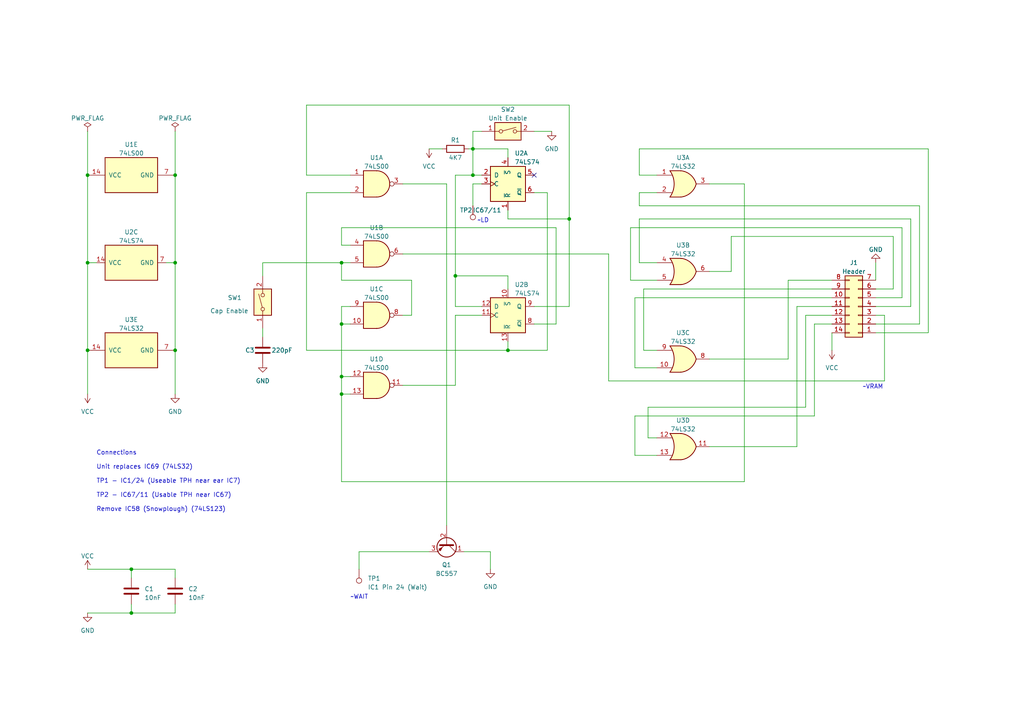
<source format=kicad_sch>
(kicad_sch (version 20230121) (generator eeschema)
  (paper "A4")
  (title_block (title "N2 Screen Flash Eliminator") (date "2023-11-19") (rev "1.0"))
  (lib_symbols
    (symbol "74xx:74LS00" (pin_names (offset 1.016))
      (property "Reference" "U" (at 0 1.27 0))
      (property "Value" "74LS00" (at 0 -1.27 0))
      (symbol "74LS00_1_1"
        (arc (start 0 -3.81) (mid 3.7934 0) (end 0 3.81) (stroke (width 0.254)) (fill (type background)))
        (polyline (pts (xy 0 3.81) (xy -3.81 3.81) (xy -3.81 -3.81) (xy 0 -3.81)) (stroke (width 0.254)) (fill (type background)))
        (pin input line (at -7.62 2.54 0) (length 3.81) (name "~") (number "1"))
        (pin input line (at -7.62 -2.54 0) (length 3.81) (name "~") (number "2"))
        (pin output inverted (at 7.62 0 180) (length 3.81) (name "~") (number "3"))
      )
      (symbol "74LS00_1_2"
        (arc (start -3.81 -3.81) (mid -2.589 0) (end -3.81 3.81) (stroke (width 0.254)))
        (arc (start -0.6096 -3.81) (mid 2.1842 -2.5851) (end 3.81 0) (stroke (width 0.254)) (fill (type background)))
        (polyline (pts (xy -3.81 -3.81) (xy -0.635 -3.81)) (stroke (width 0.254)) (fill (type background)))
        (polyline (pts (xy -3.81 3.81) (xy -0.635 3.81)) (stroke (width 0.254)) (fill (type background)))
        (polyline (pts (xy -0.635 3.81) (xy -3.81 3.81) (xy -3.81 3.81) (xy -3.556 3.4036) (xy -3.0226 2.2606) (xy -2.6924 1.0414) (xy -2.6162 -0.254) (xy -2.7686 -1.4986) (xy -3.175 -2.7178) (xy -3.81 -3.81) (xy -3.81 -3.81) (xy -0.635 -3.81)) (stroke (width -25.4)) (fill (type background)))
        (arc (start 3.81 0) (mid 2.1915 2.5936) (end -0.6096 3.81) (stroke (width 0.254)) (fill (type background)))
        (pin input inverted (at -7.62 2.54 0) (length 4.318) (name "~") (number "1"))
        (pin input inverted (at -7.62 -2.54 0) (length 4.318) (name "~") (number "2"))
        (pin output line (at 7.62 0 180) (length 3.81) (name "~") (number "3"))
      )
      (symbol "74LS00_2_1"
        (arc (start 0 -3.81) (mid 3.7934 0) (end 0 3.81) (stroke (width 0.254)) (fill (type background)))
        (polyline (pts (xy 0 3.81) (xy -3.81 3.81) (xy -3.81 -3.81) (xy 0 -3.81)) (stroke (width 0.254)) (fill (type background)))
        (pin input line (at -7.62 2.54 0) (length 3.81) (name "~") (number "4"))
        (pin input line (at -7.62 -2.54 0) (length 3.81) (name "~") (number "5"))
        (pin output inverted (at 7.62 0 180) (length 3.81) (name "~") (number "6"))
      )
      (symbol "74LS00_2_2"
        (arc (start -3.81 -3.81) (mid -2.589 0) (end -3.81 3.81) (stroke (width 0.254)))
        (arc (start -0.6096 -3.81) (mid 2.1842 -2.5851) (end 3.81 0) (stroke (width 0.254)) (fill (type background)))
        (polyline (pts (xy -3.81 -3.81) (xy -0.635 -3.81)) (stroke (width 0.254)) (fill (type background)))
        (polyline (pts (xy -3.81 3.81) (xy -0.635 3.81)) (stroke (width 0.254)) (fill (type background)))
        (polyline (pts (xy -0.635 3.81) (xy -3.81 3.81) (xy -3.81 3.81) (xy -3.556 3.4036) (xy -3.0226 2.2606) (xy -2.6924 1.0414) (xy -2.6162 -0.254) (xy -2.7686 -1.4986) (xy -3.175 -2.7178) (xy -3.81 -3.81) (xy -3.81 -3.81) (xy -0.635 -3.81)) (stroke (width -25.4)) (fill (type background)))
        (arc (start 3.81 0) (mid 2.1915 2.5936) (end -0.6096 3.81) (stroke (width 0.254)) (fill (type background)))
        (pin input inverted (at -7.62 2.54 0) (length 4.318) (name "~") (number "4"))
        (pin input inverted (at -7.62 -2.54 0) (length 4.318) (name "~") (number "5"))
        (pin output line (at 7.62 0 180) (length 3.81) (name "~") (number "6"))
      )
      (symbol "74LS00_3_1"
        (arc (start 0 -3.81) (mid 3.7934 0) (end 0 3.81) (stroke (width 0.254)) (fill (type background)))
        (polyline (pts (xy 0 3.81) (xy -3.81 3.81) (xy -3.81 -3.81) (xy 0 -3.81)) (stroke (width 0.254)) (fill (type background)))
        (pin input line (at -7.62 -2.54 0) (length 3.81) (name "~") (number "10"))
        (pin output inverted (at 7.62 0 180) (length 3.81) (name "~") (number "8"))
        (pin input line (at -7.62 2.54 0) (length 3.81) (name "~") (number "9"))
      )
      (symbol "74LS00_3_2"
        (arc (start -3.81 -3.81) (mid -2.589 0) (end -3.81 3.81) (stroke (width 0.254)))
        (arc (start -0.6096 -3.81) (mid 2.1842 -2.5851) (end 3.81 0) (stroke (width 0.254)) (fill (type background)))
        (polyline (pts (xy -3.81 -3.81) (xy -0.635 -3.81)) (stroke (width 0.254)) (fill (type background)))
        (polyline (pts (xy -3.81 3.81) (xy -0.635 3.81)) (stroke (width 0.254)) (fill (type background)))
        (polyline (pts (xy -0.635 3.81) (xy -3.81 3.81) (xy -3.81 3.81) (xy -3.556 3.4036) (xy -3.0226 2.2606) (xy -2.6924 1.0414) (xy -2.6162 -0.254) (xy -2.7686 -1.4986) (xy -3.175 -2.7178) (xy -3.81 -3.81) (xy -3.81 -3.81) (xy -0.635 -3.81)) (stroke (width -25.4)) (fill (type background)))
        (arc (start 3.81 0) (mid 2.1915 2.5936) (end -0.6096 3.81) (stroke (width 0.254)) (fill (type background)))
        (pin input inverted (at -7.62 -2.54 0) (length 4.318) (name "~") (number "10"))
        (pin output line (at 7.62 0 180) (length 3.81) (name "~") (number "8"))
        (pin input inverted (at -7.62 2.54 0) (length 4.318) (name "~") (number "9"))
      )
      (symbol "74LS00_4_1"
        (arc (start 0 -3.81) (mid 3.7934 0) (end 0 3.81) (stroke (width 0.254)) (fill (type background)))
        (polyline (pts (xy 0 3.81) (xy -3.81 3.81) (xy -3.81 -3.81) (xy 0 -3.81)) (stroke (width 0.254)) (fill (type background)))
        (pin output inverted (at 7.62 0 180) (length 3.81) (name "~") (number "11"))
        (pin input line (at -7.62 2.54 0) (length 3.81) (name "~") (number "12"))
        (pin input line (at -7.62 -2.54 0) (length 3.81) (name "~") (number "13"))
      )
      (symbol "74LS00_4_2"
        (arc (start -3.81 -3.81) (mid -2.589 0) (end -3.81 3.81) (stroke (width 0.254)))
        (arc (start -0.6096 -3.81) (mid 2.1842 -2.5851) (end 3.81 0) (stroke (width 0.254)) (fill (type background)))
        (polyline (pts (xy -3.81 -3.81) (xy -0.635 -3.81)) (stroke (width 0.254)) (fill (type background)))
        (polyline (pts (xy -3.81 3.81) (xy -0.635 3.81)) (stroke (width 0.254)) (fill (type background)))
        (polyline (pts (xy -0.635 3.81) (xy -3.81 3.81) (xy -3.81 3.81) (xy -3.556 3.4036) (xy -3.0226 2.2606) (xy -2.6924 1.0414) (xy -2.6162 -0.254) (xy -2.7686 -1.4986) (xy -3.175 -2.7178) (xy -3.81 -3.81) (xy -3.81 -3.81) (xy -0.635 -3.81)) (stroke (width -25.4)) (fill (type background)))
        (arc (start 3.81 0) (mid 2.1915 2.5936) (end -0.6096 3.81) (stroke (width 0.254)) (fill (type background)))
        (pin output line (at 7.62 0 180) (length 3.81) (name "~") (number "11"))
        (pin input inverted (at -7.62 2.54 0) (length 4.318) (name "~") (number "12"))
        (pin input inverted (at -7.62 -2.54 0) (length 4.318) (name "~") (number "13"))
      )
      (symbol "74LS00_5_0"
        (pin power_in line (at 0 12.7 270) (length 5.08) (name "VCC") (number "14"))
        (pin power_in line (at 0 -12.7 90) (length 5.08) (name "GND") (number "7"))
      )
      (symbol "74LS00_5_1"
        (rectangle (start -5.08 7.62) (end 5.08 -7.62) (stroke (width 0.254)) (fill (type background)))
      )
    )
    (symbol "74xx:74LS32" (pin_names (offset 1.016))
      (property "Reference" "U" (at 0 1.27 0))
      (property "Value" "74LS32" (at 0 -1.27 0))
      (symbol "74LS32_1_1"
        (arc (start -3.81 -3.81) (mid -2.589 0) (end -3.81 3.81) (stroke (width 0.254)))
        (arc (start -0.6096 -3.81) (mid 2.1842 -2.5851) (end 3.81 0) (stroke (width 0.254)) (fill (type background)))
        (polyline (pts (xy -3.81 -3.81) (xy -0.635 -3.81)) (stroke (width 0.254)) (fill (type background)))
        (polyline (pts (xy -3.81 3.81) (xy -0.635 3.81)) (stroke (width 0.254)) (fill (type background)))
        (polyline (pts (xy -0.635 3.81) (xy -3.81 3.81) (xy -3.81 3.81) (xy -3.556 3.4036) (xy -3.0226 2.2606) (xy -2.6924 1.0414) (xy -2.6162 -0.254) (xy -2.7686 -1.4986) (xy -3.175 -2.7178) (xy -3.81 -3.81) (xy -3.81 -3.81) (xy -0.635 -3.81)) (stroke (width -25.4)) (fill (type background)))
        (arc (start 3.81 0) (mid 2.1915 2.5936) (end -0.6096 3.81) (stroke (width 0.254)) (fill (type background)))
        (pin input line (at -7.62 2.54 0) (length 4.318) (name "~") (number "1"))
        (pin input line (at -7.62 -2.54 0) (length 4.318) (name "~") (number "2"))
        (pin output line (at 7.62 0 180) (length 3.81) (name "~") (number "3"))
      )
      (symbol "74LS32_1_2"
        (arc (start 0 -3.81) (mid 3.7934 0) (end 0 3.81) (stroke (width 0.254)) (fill (type background)))
        (polyline (pts (xy 0 3.81) (xy -3.81 3.81) (xy -3.81 -3.81) (xy 0 -3.81)) (stroke (width 0.254)) (fill (type background)))
        (pin input inverted (at -7.62 2.54 0) (length 3.81) (name "~") (number "1"))
        (pin input inverted (at -7.62 -2.54 0) (length 3.81) (name "~") (number "2"))
        (pin output inverted (at 7.62 0 180) (length 3.81) (name "~") (number "3"))
      )
      (symbol "74LS32_2_1"
        (arc (start -3.81 -3.81) (mid -2.589 0) (end -3.81 3.81) (stroke (width 0.254)))
        (arc (start -0.6096 -3.81) (mid 2.1842 -2.5851) (end 3.81 0) (stroke (width 0.254)) (fill (type background)))
        (polyline (pts (xy -3.81 -3.81) (xy -0.635 -3.81)) (stroke (width 0.254)) (fill (type background)))
        (polyline (pts (xy -3.81 3.81) (xy -0.635 3.81)) (stroke (width 0.254)) (fill (type background)))
        (polyline (pts (xy -0.635 3.81) (xy -3.81 3.81) (xy -3.81 3.81) (xy -3.556 3.4036) (xy -3.0226 2.2606) (xy -2.6924 1.0414) (xy -2.6162 -0.254) (xy -2.7686 -1.4986) (xy -3.175 -2.7178) (xy -3.81 -3.81) (xy -3.81 -3.81) (xy -0.635 -3.81)) (stroke (width -25.4)) (fill (type background)))
        (arc (start 3.81 0) (mid 2.1915 2.5936) (end -0.6096 3.81) (stroke (width 0.254)) (fill (type background)))
        (pin input line (at -7.62 2.54 0) (length 4.318) (name "~") (number "4"))
        (pin input line (at -7.62 -2.54 0) (length 4.318) (name "~") (number "5"))
        (pin output line (at 7.62 0 180) (length 3.81) (name "~") (number "6"))
      )
      (symbol "74LS32_2_2"
        (arc (start 0 -3.81) (mid 3.7934 0) (end 0 3.81) (stroke (width 0.254)) (fill (type background)))
        (polyline (pts (xy 0 3.81) (xy -3.81 3.81) (xy -3.81 -3.81) (xy 0 -3.81)) (stroke (width 0.254)) (fill (type background)))
        (pin input inverted (at -7.62 2.54 0) (length 3.81) (name "~") (number "4"))
        (pin input inverted (at -7.62 -2.54 0) (length 3.81) (name "~") (number "5"))
        (pin output inverted (at 7.62 0 180) (length 3.81) (name "~") (number "6"))
      )
      (symbol "74LS32_3_1"
        (arc (start -3.81 -3.81) (mid -2.589 0) (end -3.81 3.81) (stroke (width 0.254)))
        (arc (start -0.6096 -3.81) (mid 2.1842 -2.5851) (end 3.81 0) (stroke (width 0.254)) (fill (type background)))
        (polyline (pts (xy -3.81 -3.81) (xy -0.635 -3.81)) (stroke (width 0.254)) (fill (type background)))
        (polyline (pts (xy -3.81 3.81) (xy -0.635 3.81)) (stroke (width 0.254)) (fill (type background)))
        (polyline (pts (xy -0.635 3.81) (xy -3.81 3.81) (xy -3.81 3.81) (xy -3.556 3.4036) (xy -3.0226 2.2606) (xy -2.6924 1.0414) (xy -2.6162 -0.254) (xy -2.7686 -1.4986) (xy -3.175 -2.7178) (xy -3.81 -3.81) (xy -3.81 -3.81) (xy -0.635 -3.81)) (stroke (width -25.4)) (fill (type background)))
        (arc (start 3.81 0) (mid 2.1915 2.5936) (end -0.6096 3.81) (stroke (width 0.254)) (fill (type background)))
        (pin input line (at -7.62 -2.54 0) (length 4.318) (name "~") (number "10"))
        (pin output line (at 7.62 0 180) (length 3.81) (name "~") (number "8"))
        (pin input line (at -7.62 2.54 0) (length 4.318) (name "~") (number "9"))
      )
      (symbol "74LS32_3_2"
        (arc (start 0 -3.81) (mid 3.7934 0) (end 0 3.81) (stroke (width 0.254)) (fill (type background)))
        (polyline (pts (xy 0 3.81) (xy -3.81 3.81) (xy -3.81 -3.81) (xy 0 -3.81)) (stroke (width 0.254)) (fill (type background)))
        (pin input inverted (at -7.62 -2.54 0) (length 3.81) (name "~") (number "10"))
        (pin output inverted (at 7.62 0 180) (length 3.81) (name "~") (number "8"))
        (pin input inverted (at -7.62 2.54 0) (length 3.81) (name "~") (number "9"))
      )
      (symbol "74LS32_4_1"
        (arc (start -3.81 -3.81) (mid -2.589 0) (end -3.81 3.81) (stroke (width 0.254)))
        (arc (start -0.6096 -3.81) (mid 2.1842 -2.5851) (end 3.81 0) (stroke (width 0.254)) (fill (type background)))
        (polyline (pts (xy -3.81 -3.81) (xy -0.635 -3.81)) (stroke (width 0.254)) (fill (type background)))
        (polyline (pts (xy -3.81 3.81) (xy -0.635 3.81)) (stroke (width 0.254)) (fill (type background)))
        (polyline (pts (xy -0.635 3.81) (xy -3.81 3.81) (xy -3.81 3.81) (xy -3.556 3.4036) (xy -3.0226 2.2606) (xy -2.6924 1.0414) (xy -2.6162 -0.254) (xy -2.7686 -1.4986) (xy -3.175 -2.7178) (xy -3.81 -3.81) (xy -3.81 -3.81) (xy -0.635 -3.81)) (stroke (width -25.4)) (fill (type background)))
        (arc (start 3.81 0) (mid 2.1915 2.5936) (end -0.6096 3.81) (stroke (width 0.254)) (fill (type background)))
        (pin output line (at 7.62 0 180) (length 3.81) (name "~") (number "11"))
        (pin input line (at -7.62 2.54 0) (length 4.318) (name "~") (number "12"))
        (pin input line (at -7.62 -2.54 0) (length 4.318) (name "~") (number "13"))
      )
      (symbol "74LS32_4_2"
        (arc (start 0 -3.81) (mid 3.7934 0) (end 0 3.81) (stroke (width 0.254)) (fill (type background)))
        (polyline (pts (xy 0 3.81) (xy -3.81 3.81) (xy -3.81 -3.81) (xy 0 -3.81)) (stroke (width 0.254)) (fill (type background)))
        (pin output inverted (at 7.62 0 180) (length 3.81) (name "~") (number "11"))
        (pin input inverted (at -7.62 2.54 0) (length 3.81) (name "~") (number "12"))
        (pin input inverted (at -7.62 -2.54 0) (length 3.81) (name "~") (number "13"))
      )
      (symbol "74LS32_5_0"
        (pin power_in line (at 0 12.7 270) (length 5.08) (name "VCC") (number "14"))
        (pin power_in line (at 0 -12.7 90) (length 5.08) (name "GND") (number "7"))
      )
      (symbol "74LS32_5_1"
        (rectangle (start -5.08 7.62) (end 5.08 -7.62) (stroke (width 0.254)) (fill (type background)))
      )
    )
    (symbol "74xx:74LS74" (pin_names (offset 1.016))
      (property "Reference" "U" (at -7.62 8.89 0))
      (property "Value" "74LS74" (at -7.62 -8.89 0))
      (symbol "74LS74_1_0"
        (pin input line (at 0 -7.62 90) (length 2.54) (name "~{R}") (number "1"))
        (pin input line (at -7.62 2.54 0) (length 2.54) (name "D") (number "2"))
        (pin input clock (at -7.62 0 0) (length 2.54) (name "C") (number "3"))
        (pin input line (at 0 7.62 270) (length 2.54) (name "~{S}") (number "4"))
        (pin output line (at 7.62 2.54 180) (length 2.54) (name "Q") (number "5"))
        (pin output line (at 7.62 -2.54 180) (length 2.54) (name "~{Q}") (number "6"))
      )
      (symbol "74LS74_1_1"
        (rectangle (start -5.08 5.08) (end 5.08 -5.08) (stroke (width 0.254)) (fill (type background)))
      )
      (symbol "74LS74_2_0"
        (pin input line (at 0 7.62 270) (length 2.54) (name "~{S}") (number "10"))
        (pin input clock (at -7.62 0 0) (length 2.54) (name "C") (number "11"))
        (pin input line (at -7.62 2.54 0) (length 2.54) (name "D") (number "12"))
        (pin input line (at 0 -7.62 90) (length 2.54) (name "~{R}") (number "13"))
        (pin output line (at 7.62 -2.54 180) (length 2.54) (name "~{Q}") (number "8"))
        (pin output line (at 7.62 2.54 180) (length 2.54) (name "Q") (number "9"))
      )
      (symbol "74LS74_2_1"
        (rectangle (start -5.08 5.08) (end 5.08 -5.08) (stroke (width 0.254)) (fill (type background)))
      )
      (symbol "74LS74_3_0"
        (pin power_in line (at 0 10.16 270) (length 2.54) (name "VCC") (number "14"))
        (pin power_in line (at 0 -10.16 90) (length 2.54) (name "GND") (number "7"))
      )
      (symbol "74LS74_3_1"
        (rectangle (start -5.08 7.62) (end 5.08 -7.62) (stroke (width 0.254)) (fill (type background)))
      )
    )
    (symbol "Connector:TestPoint" (pin_numbers hide) (pin_names (offset 0.762) hide)
      (property "Reference" "TP" (at 0 6.858 0))
      (property "Value" "TestPoint" (at 0 5.08 0))
      (symbol "TestPoint_0_1"
        (circle (center 0 3.302) (radius 0.762))
      )
      (symbol "TestPoint_1_1"
        (pin passive line (at 0 0 90) (length 2.54) (name "1") (number "1"))
      )
    )
    (symbol "Connector_Generic:Conn_02x07_Counter_Clockwise" (pin_names (offset 1.016) hide)
      (property "Reference" "J" (at 1.27 10.16 0))
      (property "Value" "Conn_02x07_Counter_Clockwise" (at 1.27 -10.16 0))
      (symbol "Conn_02x07_Counter_Clockwise_1_1"
        (rectangle (start -1.27 -7.493) (end 0 -7.747) (stroke (width 0.1524)))
        (rectangle (start -1.27 -4.953) (end 0 -5.207) (stroke (width 0.1524)))
        (rectangle (start -1.27 -2.413) (end 0 -2.667) (stroke (width 0.1524)))
        (rectangle (start -1.27 0.127) (end 0 -0.127) (stroke (width 0.1524)))
        (rectangle (start -1.27 2.667) (end 0 2.413) (stroke (width 0.1524)))
        (rectangle (start -1.27 5.207) (end 0 4.953) (stroke (width 0.1524)))
        (rectangle (start -1.27 7.747) (end 0 7.493) (stroke (width 0.1524)))
        (rectangle (start -1.27 8.89) (end 3.81 -8.89) (stroke (width 0.254)) (fill (type background)))
        (rectangle (start 3.81 -7.493) (end 2.54 -7.747) (stroke (width 0.1524)))
        (rectangle (start 3.81 -4.953) (end 2.54 -5.207) (stroke (width 0.1524)))
        (rectangle (start 3.81 -2.413) (end 2.54 -2.667) (stroke (width 0.1524)))
        (rectangle (start 3.81 0.127) (end 2.54 -0.127) (stroke (width 0.1524)))
        (rectangle (start 3.81 2.667) (end 2.54 2.413) (stroke (width 0.1524)))
        (rectangle (start 3.81 5.207) (end 2.54 4.953) (stroke (width 0.1524)))
        (rectangle (start 3.81 7.747) (end 2.54 7.493) (stroke (width 0.1524)))
        (pin passive line (at -5.08 7.62 0) (length 3.81) (name "Pin_1") (number "1"))
        (pin passive line (at 7.62 -2.54 180) (length 3.81) (name "Pin_10") (number "10"))
        (pin passive line (at 7.62 0 180) (length 3.81) (name "Pin_11") (number "11"))
        (pin passive line (at 7.62 2.54 180) (length 3.81) (name "Pin_12") (number "12"))
        (pin passive line (at 7.62 5.08 180) (length 3.81) (name "Pin_13") (number "13"))
        (pin passive line (at 7.62 7.62 180) (length 3.81) (name "Pin_14") (number "14"))
        (pin passive line (at -5.08 5.08 0) (length 3.81) (name "Pin_2") (number "2"))
        (pin passive line (at -5.08 2.54 0) (length 3.81) (name "Pin_3") (number "3"))
        (pin passive line (at -5.08 0 0) (length 3.81) (name "Pin_4") (number "4"))
        (pin passive line (at -5.08 -2.54 0) (length 3.81) (name "Pin_5") (number "5"))
        (pin passive line (at -5.08 -5.08 0) (length 3.81) (name "Pin_6") (number "6"))
        (pin passive line (at -5.08 -7.62 0) (length 3.81) (name "Pin_7") (number "7"))
        (pin passive line (at 7.62 -7.62 180) (length 3.81) (name "Pin_8") (number "8"))
        (pin passive line (at 7.62 -5.08 180) (length 3.81) (name "Pin_9") (number "9"))
      )
    )
    (symbol "Device:C" (pin_numbers hide) (pin_names (offset 0.254))
      (property "Reference" "C" (at 0.635 2.54 0))
      (property "Value" "C" (at 0.635 -2.54 0))
      (symbol "C_0_1"
        (polyline (pts (xy -2.032 -0.762) (xy 2.032 -0.762)) (stroke (width 0.508)))
        (polyline (pts (xy -2.032 0.762) (xy 2.032 0.762)) (stroke (width 0.508)))
      )
      (symbol "C_1_1"
        (pin passive line (at 0 3.81 270) (length 2.794) (name "~") (number "1"))
        (pin passive line (at 0 -3.81 90) (length 2.794) (name "~") (number "2"))
      )
    )
    (symbol "Device:R" (pin_numbers hide) (pin_names (offset 0))
      (property "Reference" "R" (at 2.032 0 90))
      (property "Value" "R" (at 0 0 90))
      (symbol "R_0_1"
        (rectangle (start -1.016 -2.54) (end 1.016 2.54) (stroke (width 0.254)))
      )
      (symbol "R_1_1"
        (pin passive line (at 0 3.81 270) (length 1.27) (name "~") (number "1"))
        (pin passive line (at 0 -3.81 90) (length 1.27) (name "~") (number "2"))
      )
    )
    (symbol "Switch:SW_DIP_x01" (pin_names (offset 0) hide)
      (property "Reference" "SW" (at 0 3.81 0))
      (property "Value" "SW_DIP_x01" (at 0 -3.81 0))
      (symbol "SW_DIP_x01_0_0"
        (circle (center -2.032 0) (radius 0.508))
        (polyline (pts (xy -1.524 0.127) (xy 2.3622 1.1684)))
        (circle (center 2.032 0) (radius 0.508))
      )
      (symbol "SW_DIP_x01_0_1"
        (rectangle (start -3.81 2.54) (end 3.81 -2.54) (stroke (width 0.254)) (fill (type background)))
      )
      (symbol "SW_DIP_x01_1_1"
        (pin passive line (at -7.62 0 0) (length 5.08) (name "~") (number "1"))
        (pin passive line (at 7.62 0 180) (length 5.08) (name "~") (number "2"))
      )
    )
    (symbol "Transistor_BJT:BC557" (pin_names (offset 0) hide)
      (property "Reference" "Q" (at 5.08 1.905 0))
      (property "Value" "BC557" (at 5.08 0 0))
      (symbol "BC557_0_1"
        (polyline (pts (xy 0.635 0.635) (xy 2.54 2.54)))
        (polyline (pts (xy 0.635 -0.635) (xy 2.54 -2.54) (xy 2.54 -2.54)))
        (polyline (pts (xy 0.635 1.905) (xy 0.635 -1.905) (xy 0.635 -1.905)) (stroke (width 0.508)))
        (polyline (pts (xy 2.286 -1.778) (xy 1.778 -2.286) (xy 1.27 -1.27) (xy 2.286 -1.778) (xy 2.286 -1.778)) (fill (type outline)))
        (circle (center 1.27 0) (radius 2.8194) (stroke (width 0.254)))
      )
      (symbol "BC557_1_1"
        (pin passive line (at 2.54 5.08 270) (length 2.54) (name "C") (number "1"))
        (pin input line (at -5.08 0 0) (length 5.715) (name "B") (number "2"))
        (pin passive line (at 2.54 -5.08 90) (length 2.54) (name "E") (number "3"))
      )
    )
    (symbol "power:GND" (power) (pin_names (offset 0))
      (property "Value" "GND" (at 0 -3.81 0))
      (symbol "GND_0_1"
        (polyline (pts (xy 0 0) (xy 0 -1.27) (xy 1.27 -1.27) (xy 0 -2.54) (xy -1.27 -1.27) (xy 0 -1.27)))
      )
      (symbol "GND_1_1"
        (pin power_in line (at 0 0 270) (length 0) hide (name "GND") (number "1"))
      )
    )
    (symbol "power:PWR_FLAG" (power) (pin_numbers hide) (pin_names (offset 0) hide)
      (property "Value" "PWR_FLAG" (at 0 3.81 0))
      (symbol "PWR_FLAG_0_0"
        (pin power_out line (at 0 0 90) (length 0) (name "pwr") (number "1"))
      )
      (symbol "PWR_FLAG_0_1"
        (polyline (pts (xy 0 0) (xy 0 1.27) (xy -1.016 1.905) (xy 0 2.54) (xy 1.016 1.905) (xy 0 1.27)))
      )
    )
    (symbol "power:VCC" (power) (pin_names (offset 0))
      (property "Value" "VCC" (at 0 3.81 0))
      (symbol "VCC_0_1"
        (polyline (pts (xy -0.762 1.27) (xy 0 2.54)))
        (polyline (pts (xy 0 0) (xy 0 2.54)))
        (polyline (pts (xy 0 2.54) (xy 0.762 1.27)))
      )
      (symbol "VCC_1_1"
        (pin power_in line (at 0 0 90) (length 0) hide (name "VCC") (number "1"))
      )
    )
  )
  (junction (at 25.4 101.6))
  (junction (at 165.1 63.5))
  (junction (at 99.06 93.98))
  (junction (at 25.4 76.2))
  (junction (at 137.16 43.18))
  (junction (at 147.32 101.6))
  (junction (at 50.8 101.6))
  (junction (at 50.8 76.2))
  (junction (at 38.1 177.8))
  (junction (at 50.8 50.8))
  (junction (at 132.08 80.01))
  (junction (at 137.16 50.8))
  (junction (at 25.4 50.8))
  (junction (at 99.06 76.2))
  (junction (at 99.06 109.22))
  (junction (at 99.06 114.3))
  (junction (at 38.1 165.1))
  (no_connect (at 154.94 50.8))
  (wire (pts (xy 186.69 83.82) (xy 186.69 101.6)))
  (wire (pts (xy 25.4 177.8) (xy 38.1 177.8)))
  (wire (pts (xy 137.16 43.18) (xy 137.16 38.1)))
  (wire (pts (xy 124.46 160.02) (xy 104.14 160.02)))
  (wire (pts (xy 261.62 86.36) (xy 261.62 66.04)))
  (wire (pts (xy 99.06 109.22) (xy 99.06 114.3)))
  (wire (pts (xy 161.29 93.98) (xy 161.29 66.04)))
  (wire (pts (xy 99.06 66.04) (xy 99.06 71.12)))
  (wire (pts (xy 187.96 127) (xy 190.5 127)))
  (wire (pts (xy 241.3 83.82) (xy 186.69 83.82)))
  (wire (pts (xy 228.6 104.14) (xy 205.74 104.14)))
  (wire (pts (xy 147.32 60.96) (xy 147.32 63.5)))
  (wire (pts (xy 134.62 160.02) (xy 142.24 160.02)))
  (wire (pts (xy 116.84 53.34) (xy 129.54 53.34)))
  (wire (pts (xy 266.7 93.98) (xy 266.7 59.69)))
  (wire (pts (xy 254 96.52) (xy 269.24 96.52)))
  (wire (pts (xy 137.16 50.8) (xy 137.16 43.18)))
  (wire (pts (xy 139.7 50.8) (xy 137.16 50.8)))
  (wire (pts (xy 154.94 38.1) (xy 160.02 38.1)))
  (wire (pts (xy 88.9 55.88) (xy 88.9 101.6)))
  (wire (pts (xy 25.4 76.2) (xy 27.94 76.2)))
  (wire (pts (xy 241.3 86.36) (xy 184.15 86.36)))
  (wire (pts (xy 176.53 73.66) (xy 176.53 110.49)))
  (wire (pts (xy 241.3 81.28) (xy 228.6 81.28)))
  (wire (pts (xy 264.16 63.5) (xy 185.42 63.5)))
  (wire (pts (xy 212.09 68.58) (xy 212.09 78.74)))
  (wire (pts (xy 132.08 50.8) (xy 132.08 80.01)))
  (wire (pts (xy 135.89 43.18) (xy 137.16 43.18)))
  (wire (pts (xy 233.68 91.44) (xy 233.68 118.11)))
  (wire (pts (xy 137.16 38.1) (xy 139.7 38.1)))
  (wire (pts (xy 147.32 63.5) (xy 165.1 63.5)))
  (wire (pts (xy 236.22 120.65) (xy 184.15 120.65)))
  (wire (pts (xy 147.32 99.06) (xy 147.32 101.6)))
  (wire (pts (xy 241.3 96.52) (xy 241.3 101.6)))
  (wire (pts (xy 261.62 66.04) (xy 182.88 66.04)))
  (wire (pts (xy 101.6 88.9) (xy 99.06 88.9)))
  (wire (pts (xy 99.06 81.28) (xy 99.06 76.2)))
  (wire (pts (xy 184.15 106.68) (xy 190.5 106.68)))
  (wire (pts (xy 231.14 88.9) (xy 231.14 129.54)))
  (wire (pts (xy 88.9 50.8) (xy 101.6 50.8)))
  (wire (pts (xy 38.1 175.26) (xy 38.1 177.8)))
  (wire (pts (xy 205.74 53.34) (xy 215.9 53.34)))
  (wire (pts (xy 236.22 93.98) (xy 241.3 93.98)))
  (wire (pts (xy 269.24 43.18) (xy 185.42 43.18)))
  (wire (pts (xy 25.4 38.1) (xy 25.4 50.8)))
  (wire (pts (xy 25.4 165.1) (xy 38.1 165.1)))
  (wire (pts (xy 147.32 83.82) (xy 147.32 80.01)))
  (wire (pts (xy 137.16 50.8) (xy 132.08 50.8)))
  (wire (pts (xy 88.9 101.6) (xy 147.32 101.6)))
  (wire (pts (xy 50.8 38.1) (xy 50.8 50.8)))
  (wire (pts (xy 99.06 88.9) (xy 99.06 93.98)))
  (wire (pts (xy 165.1 88.9) (xy 154.94 88.9)))
  (wire (pts (xy 215.9 139.7) (xy 99.06 139.7)))
  (wire (pts (xy 165.1 63.5) (xy 165.1 88.9)))
  (wire (pts (xy 165.1 63.5) (xy 165.1 30.48)))
  (wire (pts (xy 233.68 118.11) (xy 187.96 118.11)))
  (wire (pts (xy 139.7 53.34) (xy 137.16 53.34)))
  (wire (pts (xy 241.3 88.9) (xy 231.14 88.9)))
  (wire (pts (xy 25.4 50.8) (xy 25.4 76.2)))
  (wire (pts (xy 154.94 93.98) (xy 161.29 93.98)))
  (wire (pts (xy 256.54 110.49) (xy 256.54 91.44)))
  (wire (pts (xy 185.42 55.88) (xy 190.5 55.88)))
  (wire (pts (xy 187.96 118.11) (xy 187.96 127)))
  (wire (pts (xy 142.24 160.02) (xy 142.24 165.1)))
  (wire (pts (xy 137.16 43.18) (xy 147.32 43.18)))
  (wire (pts (xy 99.06 76.2) (xy 76.2 76.2)))
  (wire (pts (xy 254 76.2) (xy 254 81.28)))
  (wire (pts (xy 184.15 120.65) (xy 184.15 132.08)))
  (wire (pts (xy 101.6 55.88) (xy 88.9 55.88)))
  (wire (pts (xy 254 86.36) (xy 261.62 86.36)))
  (wire (pts (xy 259.08 83.82) (xy 259.08 68.58)))
  (wire (pts (xy 147.32 43.18) (xy 147.32 45.72)))
  (wire (pts (xy 269.24 96.52) (xy 269.24 43.18)))
  (wire (pts (xy 116.84 73.66) (xy 176.53 73.66)))
  (wire (pts (xy 182.88 81.28) (xy 190.5 81.28)))
  (wire (pts (xy 104.14 160.02) (xy 104.14 165.1)))
  (wire (pts (xy 132.08 111.76) (xy 132.08 91.44)))
  (wire (pts (xy 184.15 132.08) (xy 190.5 132.08)))
  (wire (pts (xy 25.4 101.6) (xy 25.4 114.3)))
  (wire (pts (xy 99.06 114.3) (xy 101.6 114.3)))
  (wire (pts (xy 184.15 86.36) (xy 184.15 106.68)))
  (wire (pts (xy 212.09 78.74) (xy 205.74 78.74)))
  (wire (pts (xy 228.6 81.28) (xy 228.6 104.14)))
  (wire (pts (xy 119.38 81.28) (xy 119.38 91.44)))
  (wire (pts (xy 254 83.82) (xy 259.08 83.82)))
  (wire (pts (xy 132.08 88.9) (xy 139.7 88.9)))
  (wire (pts (xy 99.06 109.22) (xy 101.6 109.22)))
  (wire (pts (xy 266.7 59.69) (xy 185.42 59.69)))
  (wire (pts (xy 99.06 139.7) (xy 99.06 114.3)))
  (wire (pts (xy 185.42 76.2) (xy 190.5 76.2)))
  (wire (pts (xy 50.8 165.1) (xy 50.8 167.64)))
  (wire (pts (xy 132.08 80.01) (xy 147.32 80.01)))
  (wire (pts (xy 132.08 80.01) (xy 132.08 88.9)))
  (wire (pts (xy 116.84 91.44) (xy 119.38 91.44)))
  (wire (pts (xy 154.94 55.88) (xy 158.75 55.88)))
  (wire (pts (xy 165.1 30.48) (xy 88.9 30.48)))
  (wire (pts (xy 215.9 53.34) (xy 215.9 139.7)))
  (wire (pts (xy 132.08 91.44) (xy 139.7 91.44)))
  (wire (pts (xy 99.06 71.12) (xy 101.6 71.12)))
  (wire (pts (xy 158.75 101.6) (xy 147.32 101.6)))
  (wire (pts (xy 99.06 76.2) (xy 101.6 76.2)))
  (wire (pts (xy 259.08 68.58) (xy 212.09 68.58)))
  (wire (pts (xy 116.84 111.76) (xy 132.08 111.76)))
  (wire (pts (xy 38.1 165.1) (xy 50.8 165.1)))
  (wire (pts (xy 185.42 43.18) (xy 185.42 50.8)))
  (wire (pts (xy 264.16 88.9) (xy 264.16 63.5)))
  (wire (pts (xy 158.75 55.88) (xy 158.75 101.6)))
  (wire (pts (xy 185.42 59.69) (xy 185.42 55.88)))
  (wire (pts (xy 182.88 66.04) (xy 182.88 81.28)))
  (wire (pts (xy 256.54 91.44) (xy 254 91.44)))
  (wire (pts (xy 25.4 76.2) (xy 25.4 101.6)))
  (wire (pts (xy 76.2 76.2) (xy 76.2 80.01)))
  (wire (pts (xy 38.1 165.1) (xy 38.1 167.64)))
  (wire (pts (xy 185.42 50.8) (xy 190.5 50.8)))
  (wire (pts (xy 50.8 76.2) (xy 50.8 101.6)))
  (wire (pts (xy 137.16 53.34) (xy 137.16 59.69)))
  (wire (pts (xy 76.2 97.79) (xy 76.2 95.25)))
  (wire (pts (xy 99.06 93.98) (xy 99.06 109.22)))
  (wire (pts (xy 124.46 43.18) (xy 128.27 43.18)))
  (wire (pts (xy 119.38 81.28) (xy 99.06 81.28)))
  (wire (pts (xy 254 88.9) (xy 264.16 88.9)))
  (wire (pts (xy 48.26 76.2) (xy 50.8 76.2)))
  (wire (pts (xy 38.1 177.8) (xy 50.8 177.8)))
  (wire (pts (xy 254 93.98) (xy 266.7 93.98)))
  (wire (pts (xy 50.8 50.8) (xy 50.8 76.2)))
  (wire (pts (xy 236.22 93.98) (xy 236.22 120.65)))
  (wire (pts (xy 88.9 30.48) (xy 88.9 50.8)))
  (wire (pts (xy 50.8 101.6) (xy 50.8 114.3)))
  (wire (pts (xy 99.06 93.98) (xy 101.6 93.98)))
  (wire (pts (xy 129.54 53.34) (xy 129.54 152.4)))
  (wire (pts (xy 161.29 66.04) (xy 99.06 66.04)))
  (wire (pts (xy 176.53 110.49) (xy 256.54 110.49)))
  (wire (pts (xy 186.69 101.6) (xy 190.5 101.6)))
  (wire (pts (xy 185.42 63.5) (xy 185.42 76.2)))
  (wire (pts (xy 241.3 91.44) (xy 233.68 91.44)))
  (wire (pts (xy 231.14 129.54) (xy 205.74 129.54)))
  (wire (pts (xy 50.8 175.26) (xy 50.8 177.8)))
  (text "Connections\n\nUnit replaces IC69 (74LS32)\n\nTP1 - IC1/24 (Useable TPH near ear IC7)\n\nTP2 - IC67/11 (Usable TPH near IC67)\n\nRemove IC58 (Snowplough) (74LS123)\n\n\n\n\n\n" (at 27.94 158.75 0) (effects (font (size 1.27 1.27)) (justify left bottom)))
  (text "~VRAM" (at 250.19 113.03 0) (effects (font (size 1.27 1.27)) (justify left bottom)))
  (text "~WAIT" (at 101.6 173.99 0) (effects (font (size 1.27 1.27)) (justify left bottom)))
  (text "~LD" (at 138.43 64.77 0) (effects (font (size 1.27 1.27)) (justify left bottom)))
  (symbol (lib_id "power:VCC") (at 25.4 165.1 0) (unit 1)
    (property "Reference" "#PWR02" (effects hide))
    (property "Value" "VCC" (at 25.4 161.29 0))
  )
  (symbol (lib_id "74xx:74LS00") (at 38.1 50.8 90) (unit 5)
    (property "Reference" "U1" (at 38.1 41.91 90))
    (property "Value" "74LS00" (at 38.1 44.45 90))
    (property "Footprint" "Package_DIP:DIP-14_W7.62mm_Socket" (effects hide))
    (property "Datasheet" "http://www.ti.com/lit/gpn/sn74ls00" (effects hide))
  )
  (symbol (lib_id "74xx:74LS32") (at 198.12 78.74 0) (unit 2)
    (property "Reference" "U3" (at 198.12 71.12 0))
    (property "Value" "74LS32" (at 198.12 73.66 0))
    (property "Footprint" "Package_DIP:DIP-14_W7.62mm_Socket" (effects hide))
    (property "Datasheet" "http://www.ti.com/lit/gpn/sn74LS32" (effects hide))
  )
  (symbol (lib_id "Connector:TestPoint") (at 104.14 165.1 180) (unit 1)
    (property "Reference" "TP1" (at 106.68 167.767 0) (effects (justify right)))
    (property "Value" "IC1 Pin 24 (Wait)" (at 106.68 170.307 0) (effects (justify right)))
    (property "Footprint" "TestPoint:TestPoint_THTPad_D2.0mm_Drill1.0mm" (effects hide))
  )
  (symbol (lib_id "74xx:74LS74") (at 38.1 76.2 90) (unit 3)
    (property "Reference" "U2" (at 38.1 67.31 90))
    (property "Value" "74LS74" (at 38.1 69.85 90))
    (property "Footprint" "Package_DIP:DIP-14_W7.62mm_Socket" (effects hide))
    (property "Datasheet" "74xx/74hc_hct74.pdf" (effects hide))
  )
  (symbol (lib_id "74xx:74LS32") (at 198.12 104.14 0) (unit 3)
    (property "Reference" "U3" (at 198.12 96.52 0))
    (property "Value" "74LS32" (at 198.12 99.06 0))
    (property "Footprint" "Package_DIP:DIP-14_W7.62mm_Socket" (effects hide))
    (property "Datasheet" "http://www.ti.com/lit/gpn/sn74LS32" (effects hide))
  )
  (symbol (lib_id "Switch:SW_DIP_x01") (at 76.2 87.63 90) (unit 1)
    (property "Reference" "SW1" (at 66.04 86.36 90) (effects (justify right)))
    (property "Value" "Cap Enable" (at 60.96 90.17 90) (effects (justify right)))
    (property "Footprint" "Button_Switch_THT:SW_DIP_SPSTx01_Slide_6.7x4.1mm_W7.62mm_P2.54mm_LowProfile" (effects hide))
  )
  (symbol (lib_id "74xx:74LS00") (at 109.22 53.34 0) (unit 1)
    (property "Reference" "U1" (at 109.2117 45.72 0))
    (property "Value" "74LS00" (at 109.2117 48.26 0))
    (property "Footprint" "Package_DIP:DIP-14_W7.62mm_Socket" (effects hide))
    (property "Datasheet" "http://www.ti.com/lit/gpn/sn74ls00" (effects hide))
  )
  (symbol (lib_id "power:PWR_FLAG") (at 50.8 38.1 0) (unit 1)
    (property "Reference" "#FLG02" (effects hide))
    (property "Value" "PWR_FLAG" (at 50.8 34.29 0))
  )
  (symbol (lib_id "74xx:74LS32") (at 38.1 101.6 90) (unit 5)
    (property "Reference" "U3" (at 38.1 92.71 90))
    (property "Value" "74LS32" (at 38.1 95.25 90))
    (property "Footprint" "Package_DIP:DIP-14_W7.62mm_Socket" (effects hide))
    (property "Datasheet" "http://www.ti.com/lit/gpn/sn74LS32" (effects hide))
  )
  (symbol (lib_id "74xx:74LS00") (at 109.22 73.66 0) (unit 2)
    (property "Reference" "U1" (at 109.2117 66.04 0))
    (property "Value" "74LS00" (at 109.2117 68.58 0))
    (property "Footprint" "Package_DIP:DIP-14_W7.62mm_Socket" (effects hide))
    (property "Datasheet" "http://www.ti.com/lit/gpn/sn74ls00" (effects hide))
  )
  (symbol (lib_id "Connector_Generic:Conn_02x07_Counter_Clockwise") (at 248.92 88.9 180) (unit 1)
    (property "Reference" "J1" (at 247.65 76.2 0))
    (property "Value" "Header" (at 247.65 78.74 0))
    (property "Footprint" "Package_DIP:DIP-14_W7.62mm_Socket" (effects hide))
  )
  (symbol (lib_id "74xx:74LS74") (at 147.32 53.34 0) (unit 1)
    (property "Reference" "U2" (at 149.2759 44.45 0) (effects (justify left)))
    (property "Value" "74LS74" (at 149.2759 46.99 0) (effects (justify left)))
    (property "Footprint" "Package_DIP:DIP-14_W7.62mm_Socket" (effects hide))
    (property "Datasheet" "74xx/74hc_hct74.pdf" (effects hide))
  )
  (symbol (lib_id "Device:R") (at 132.08 43.18 90) (unit 1)
    (property "Reference" "R1" (at 132.08 40.64 90))
    (property "Value" "4K7" (at 132.08 45.72 90))
    (property "Footprint" "Resistor_THT:R_Axial_DIN0309_L9.0mm_D3.2mm_P12.70mm_Horizontal" (effects hide))
  )
  (symbol (lib_id "Device:C") (at 76.2 101.6 0) (unit 1)
    (property "Reference" "C3" (at 71.12 101.6 0) (effects (justify left)))
    (property "Value" "220pF" (at 78.74 101.6 0) (effects (justify left)))
    (property "Footprint" "Capacitor_THT:C_Disc_D3.4mm_W2.1mm_P2.50mm" (effects hide))
  )
  (symbol (lib_id "power:GND") (at 50.8 114.3 0) (unit 1)
    (property "Reference" "#PWR04" (effects hide))
    (property "Value" "GND" (at 50.8 119.38 0))
  )
  (symbol (lib_id "power:GND") (at 254 76.2 180) (unit 1)
    (property "Reference" "#PWR010" (effects hide))
    (property "Value" "GND" (at 254 72.39 0))
  )
  (symbol (lib_id "power:GND") (at 160.02 38.1 0) (unit 1)
    (property "Reference" "#PWR08" (effects hide))
    (property "Value" "GND" (at 160.02 43.18 0))
  )
  (symbol (lib_id "74xx:74LS32") (at 198.12 129.54 0) (unit 4)
    (property "Reference" "U3" (at 198.12 121.92 0))
    (property "Value" "74LS32" (at 198.12 124.46 0))
    (property "Footprint" "Package_DIP:DIP-14_W7.62mm_Socket" (effects hide))
    (property "Datasheet" "http://www.ti.com/lit/gpn/sn74LS32" (effects hide))
  )
  (symbol (lib_id "74xx:74LS74") (at 147.32 91.44 0) (unit 2)
    (property "Reference" "U2" (at 149.2759 82.55 0) (effects (justify left)))
    (property "Value" "74LS74" (at 149.2759 85.09 0) (effects (justify left)))
    (property "Footprint" "Package_DIP:DIP-14_W7.62mm_Socket" (effects hide))
    (property "Datasheet" "74xx/74hc_hct74.pdf" (effects hide))
  )
  (symbol (lib_id "power:GND") (at 76.2 105.41 0) (unit 1)
    (property "Reference" "#PWR05" (effects hide))
    (property "Value" "GND" (at 76.2 110.49 0))
  )
  (symbol (lib_id "Device:C") (at 50.8 171.45 0) (unit 1)
    (property "Reference" "C2" (at 54.61 170.815 0) (effects (justify left)))
    (property "Value" "10nF" (at 54.61 173.355 0) (effects (justify left)))
    (property "Footprint" "Capacitor_THT:C_Disc_D3.4mm_W2.1mm_P2.50mm" (effects hide))
  )
  (symbol (lib_id "power:VCC") (at 124.46 43.18 180) (unit 1)
    (property "Reference" "#PWR06" (effects hide))
    (property "Value" "VCC" (at 124.46 48.26 0))
  )
  (symbol (lib_id "Switch:SW_DIP_x01") (at 147.32 38.1 0) (unit 1)
    (property "Reference" "SW2" (at 147.32 31.75 0))
    (property "Value" "Unit Enable" (at 147.32 34.29 0))
    (property "Footprint" "Button_Switch_THT:SW_DIP_SPSTx01_Slide_6.7x4.1mm_W7.62mm_P2.54mm_LowProfile" (effects hide))
  )
  (symbol (lib_id "Connector:TestPoint") (at 137.16 59.69 180) (unit 1)
    (property "Reference" "TP2" (at 133.35 60.96 0) (effects (justify right)))
    (property "Value" "IC67/11" (at 137.16 60.96 0) (effects (justify right)))
    (property "Footprint" "TestPoint:TestPoint_THTPad_D2.0mm_Drill1.0mm" (effects hide))
  )
  (symbol (lib_id "74xx:74LS32") (at 198.12 53.34 0) (unit 1)
    (property "Reference" "U3" (at 198.12 45.72 0))
    (property "Value" "74LS32" (at 198.12 48.26 0))
    (property "Footprint" "Package_DIP:DIP-14_W7.62mm_Socket" (effects hide))
    (property "Datasheet" "http://www.ti.com/lit/gpn/sn74LS32" (effects hide))
  )
  (symbol (lib_id "74xx:74LS00") (at 109.22 91.44 0) (unit 3)
    (property "Reference" "U1" (at 109.2117 83.82 0))
    (property "Value" "74LS00" (at 109.2117 86.36 0))
    (property "Footprint" "Package_DIP:DIP-14_W7.62mm_Socket" (effects hide))
    (property "Datasheet" "http://www.ti.com/lit/gpn/sn74ls00" (effects hide))
  )
  (symbol (lib_id "power:VCC") (at 25.4 114.3 180) (unit 1)
    (property "Reference" "#PWR01" (effects hide))
    (property "Value" "VCC" (at 25.4 119.38 0))
  )
  (symbol (lib_id "74xx:74LS00") (at 109.22 111.76 0) (unit 4)
    (property "Reference" "U1" (at 109.2117 104.14 0))
    (property "Value" "74LS00" (at 109.2117 106.68 0))
    (property "Footprint" "Package_DIP:DIP-14_W7.62mm_Socket" (effects hide))
    (property "Datasheet" "http://www.ti.com/lit/gpn/sn74ls00" (effects hide))
  )
  (symbol (lib_id "power:GND") (at 142.24 165.1 0) (unit 1)
    (property "Reference" "#PWR07" (effects hide))
    (property "Value" "GND" (at 142.24 170.18 0))
  )
  (symbol (lib_id "power:VCC") (at 241.3 101.6 180) (unit 1)
    (property "Reference" "#PWR09" (effects hide))
    (property "Value" "VCC" (at 241.3 106.68 0))
  )
  (symbol (lib_id "Transistor_BJT:BC557") (at 129.54 157.48 270) (unit 1)
    (property "Reference" "Q1" (at 129.54 163.83 90))
    (property "Value" "BC557" (at 129.54 166.37 90))
    (property "Footprint" "Package_TO_SOT_THT:TO-92_Inline_Wide" (effects hide))
    (property "Datasheet" "https://www.onsemi.com/pub/Collateral/BC556BTA-D.pdf" (effects hide))
  )
  (symbol (lib_id "Device:C") (at 38.1 171.45 0) (unit 1)
    (property "Reference" "C1" (at 41.91 170.815 0) (effects (justify left)))
    (property "Value" "10nF" (at 41.91 173.355 0) (effects (justify left)))
    (property "Footprint" "Capacitor_THT:C_Disc_D3.4mm_W2.1mm_P2.50mm" (effects hide))
  )
  (symbol (lib_id "power:PWR_FLAG") (at 25.4 38.1 0) (unit 1)
    (property "Reference" "#FLG01" (effects hide))
    (property "Value" "PWR_FLAG" (at 25.4 34.29 0))
  )
  (symbol (lib_id "power:GND") (at 25.4 177.8 0) (unit 1)
    (property "Reference" "#PWR03" (effects hide))
    (property "Value" "GND" (at 25.4 182.88 0))
  )
)
</source>
